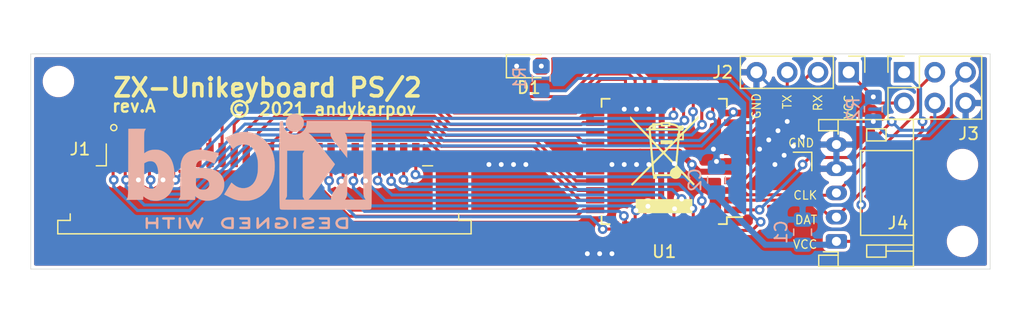
<source format=kicad_pcb>
(kicad_pcb (version 20171130) (host pcbnew 5.1.10-88a1d61d58~88~ubuntu20.04.1)
  (layers (0 F.Cu signal) (31 B.Cu signal) (34 B.Paste user) (35 F.Paste user) (36 B.SilkS user) (37 F.SilkS user) (38 B.Mask user) (39 F.Mask user) (44 Edge.Cuts user))
  (net 0 "")
  (net 1 GND)
  (net 2 +5V)
  (net 3 "Net-(D1-Pad2)")
  (net 4 /RESET)
  (net 5 /AVR_MOSI)
  (net 6 /AVR_SCK)
  (net 7 /AVR_MISO)
  (net 8 /PIN26)
  (net 9 /PIN25)
  (net 10 /PIN24)
  (net 11 /PIN23)
  (net 12 /PIN22)
  (net 13 /PIN21)
  (net 14 /PIN20)
  (net 15 /PIN19)
  (net 16 /PIN18)
  (net 17 /PIN17)
  (net 18 /PIN16)
  (net 19 /PIN15)
  (net 20 /PIN14)
  (net 21 /PIN13)
  (net 22 /PIN12)
  (net 23 /PIN11)
  (net 24 /PIN10)
  (net 25 /PIN9)
  (net 26 /PIN8)
  (net 27 /PIN7)
  (net 28 /PIN6)
  (net 29 /PIN5)
  (net 30 /PIN4)
  (net 31 /PIN3)
  (net 32 /PIN2)
  (net 33 /PIN1)
  (net 34 /UART_TX)
  (net 35 /UART_RX)
  (net 36 /AVR_SS)
  (module Symbol:KiCad-Logo2_8mm_SilkScreen (layer B.Cu) (at 103.886 59.69 180)
    (fp_text reference REF** hide)
    (fp_text value KiCad-Logo2_8mm_SilkScreen hide)
  )
  (module Symbol:WEEE-Logo_5.6x8mm_SilkScreen (layer F.Cu) (at 138.176 59.944)
    (fp_text reference REF** hide)
    (fp_text value WEEE-Logo_5.6x8mm_SilkScreen hide)
  )
  (module Connector_JST:JST_PH_S5B-PH-K_1x05_P2.00mm_Horizontal (layer F.Cu) (at 152.4 66.294 90)
    (fp_text reference J4 (at 1.524 5.08) (layer F.SilkS))
    (fp_text value PS/2)
    (pad 5 thru_hole oval (at 8 0 90) (size 1.2 1.75) (drill 0.75) (layers *.Cu *.Mask) (net 1 GND))
    (pad 4 thru_hole oval (at 6 0 90) (size 1.2 1.75) (drill 0.75) (layers *.Cu *.Mask) (net 1 GND))
    (pad 3 thru_hole oval (at 4 0 90) (size 1.2 1.75) (drill 0.75) (layers *.Cu *.Mask) (net 6 /AVR_SCK))
    (pad 2 thru_hole oval (at 2 0 90) (size 1.2 1.75) (drill 0.75) (layers *.Cu *.Mask) (net 7 /AVR_MISO))
    (pad 1 thru_hole roundrect (at 0 0 90) (size 1.2 1.75) (drill 0.75) (layers *.Cu *.Mask) (roundrect_rratio 0.2083325) (net 2 +5V))
  )
  (module MountingHole:MountingHole_2.1mm (layer F.Cu) (at 162.814 59.944)
    (fp_text reference H3 hide)
    (fp_text value MountingHole hide)
    (pad "" np_thru_hole circle (at 0 0) (size 2.1 2.1) (drill 2.1) (layers *.Cu *.Mask))
  )
  (module Connector_FFC-FPC:TE_2-84952-6_1x26-1MP_P1.0mm_Horizontal (layer F.Cu) (at 105.156 60.96)
    (fp_text reference J1 (at -15.24 -2.286) (layer F.SilkS))
    (fp_text value MATRIX)
    (pad MP smd rect (at 15.49 1) (size 2.68 3.6) (layers F.Cu F.Paste F.Mask))
    (pad MP smd rect (at -15.49 1) (size 2.68 3.6) (layers F.Cu F.Paste F.Mask))
    (pad 26 smd rect (at 12.5 -1.8) (size 0.61 2) (layers F.Cu F.Paste F.Mask) (net 8 /PIN26))
    (pad 25 smd rect (at 11.5 -1.8) (size 0.61 2) (layers F.Cu F.Paste F.Mask) (net 9 /PIN25))
    (pad 24 smd rect (at 10.5 -1.8) (size 0.61 2) (layers F.Cu F.Paste F.Mask) (net 10 /PIN24))
    (pad 23 smd rect (at 9.5 -1.8) (size 0.61 2) (layers F.Cu F.Paste F.Mask) (net 11 /PIN23))
    (pad 22 smd rect (at 8.5 -1.8) (size 0.61 2) (layers F.Cu F.Paste F.Mask) (net 12 /PIN22))
    (pad 21 smd rect (at 7.5 -1.8) (size 0.61 2) (layers F.Cu F.Paste F.Mask) (net 13 /PIN21))
    (pad 20 smd rect (at 6.5 -1.8) (size 0.61 2) (layers F.Cu F.Paste F.Mask) (net 14 /PIN20))
    (pad 19 smd rect (at 5.5 -1.8) (size 0.61 2) (layers F.Cu F.Paste F.Mask) (net 15 /PIN19))
    (pad 18 smd rect (at 4.5 -1.8) (size 0.61 2) (layers F.Cu F.Paste F.Mask) (net 16 /PIN18))
    (pad 17 smd rect (at 3.5 -1.8) (size 0.61 2) (layers F.Cu F.Paste F.Mask) (net 17 /PIN17))
    (pad 16 smd rect (at 2.5 -1.8) (size 0.61 2) (layers F.Cu F.Paste F.Mask) (net 18 /PIN16))
    (pad 15 smd rect (at 1.5 -1.8) (size 0.61 2) (layers F.Cu F.Paste F.Mask) (net 19 /PIN15))
    (pad 14 smd rect (at 0.5 -1.8) (size 0.61 2) (layers F.Cu F.Paste F.Mask) (net 20 /PIN14))
    (pad 13 smd rect (at -0.5 -1.8) (size 0.61 2) (layers F.Cu F.Paste F.Mask) (net 21 /PIN13))
    (pad 12 smd rect (at -1.5 -1.8) (size 0.61 2) (layers F.Cu F.Paste F.Mask) (net 22 /PIN12))
    (pad 11 smd rect (at -2.5 -1.8) (size 0.61 2) (layers F.Cu F.Paste F.Mask) (net 23 /PIN11))
    (pad 10 smd rect (at -3.5 -1.8) (size 0.61 2) (layers F.Cu F.Paste F.Mask) (net 24 /PIN10))
    (pad 9 smd rect (at -4.5 -1.8) (size 0.61 2) (layers F.Cu F.Paste F.Mask) (net 25 /PIN9))
    (pad 8 smd rect (at -5.5 -1.8) (size 0.61 2) (layers F.Cu F.Paste F.Mask) (net 26 /PIN8))
    (pad 7 smd rect (at -6.5 -1.8) (size 0.61 2) (layers F.Cu F.Paste F.Mask) (net 27 /PIN7))
    (pad 6 smd rect (at -7.5 -1.8) (size 0.61 2) (layers F.Cu F.Paste F.Mask) (net 28 /PIN6))
    (pad 5 smd rect (at -8.5 -1.8) (size 0.61 2) (layers F.Cu F.Paste F.Mask) (net 29 /PIN5))
    (pad 4 smd rect (at -9.5 -1.8) (size 0.61 2) (layers F.Cu F.Paste F.Mask) (net 30 /PIN4))
    (pad 3 smd rect (at -10.5 -1.8) (size 0.61 2) (layers F.Cu F.Paste F.Mask) (net 31 /PIN3))
    (pad 2 smd rect (at -11.5 -1.8) (size 0.61 2) (layers F.Cu F.Paste F.Mask) (net 32 /PIN2))
    (pad 1 smd rect (at -12.5 -1.8) (size 0.61 2) (layers F.Cu F.Paste F.Mask) (net 33 /PIN1))
  )
  (module MountingHole:MountingHole_2.1mm (layer F.Cu) (at 88.138 53.086)
    (fp_text reference H2 hide)
    (fp_text value MountingHole hide)
    (pad "" np_thru_hole circle (at 0 0) (size 2.1 2.1) (drill 2.1) (layers *.Cu *.Mask))
  )
  (module MountingHole:MountingHole_2.1mm (layer F.Cu) (at 162.814 66.294)
    (fp_text reference H1 hide)
    (fp_text value MountingHole hide)
    (pad "" np_thru_hole circle (at 0 0) (size 2.1 2.1) (drill 2.1) (layers *.Cu *.Mask))
  )
  (module Package_QFP:TQFP-44_10x10mm_P0.8mm (layer F.Cu) (at 138.176 59.69 180)
    (fp_text reference U1 (at 0 -7.45) (layer F.SilkS))
    (fp_text value ATmega32A-AU)
    (pad 44 smd rect (at -4 -5.7 270) (size 1.5 0.55) (layers F.Cu F.Paste F.Mask) (net 36 /AVR_SS))
    (pad 43 smd rect (at -3.2 -5.7 270) (size 1.5 0.55) (layers F.Cu F.Paste F.Mask) (net 8 /PIN26))
    (pad 42 smd rect (at -2.4 -5.7 270) (size 1.5 0.55) (layers F.Cu F.Paste F.Mask) (net 9 /PIN25))
    (pad 41 smd rect (at -1.6 -5.7 270) (size 1.5 0.55) (layers F.Cu F.Paste F.Mask) (net 10 /PIN24))
    (pad 40 smd rect (at -0.8 -5.7 270) (size 1.5 0.55) (layers F.Cu F.Paste F.Mask) (net 11 /PIN23))
    (pad 39 smd rect (at 0 -5.7 270) (size 1.5 0.55) (layers F.Cu F.Paste F.Mask) (net 1 GND))
    (pad 38 smd rect (at 0.8 -5.7 270) (size 1.5 0.55) (layers F.Cu F.Paste F.Mask) (net 2 +5V))
    (pad 37 smd rect (at 1.6 -5.7 270) (size 1.5 0.55) (layers F.Cu F.Paste F.Mask) (net 12 /PIN22))
    (pad 36 smd rect (at 2.4 -5.7 270) (size 1.5 0.55) (layers F.Cu F.Paste F.Mask) (net 13 /PIN21))
    (pad 35 smd rect (at 3.2 -5.7 270) (size 1.5 0.55) (layers F.Cu F.Paste F.Mask) (net 14 /PIN20))
    (pad 34 smd rect (at 4 -5.7 270) (size 1.5 0.55) (layers F.Cu F.Paste F.Mask) (net 15 /PIN19))
    (pad 33 smd rect (at 5.7 -4 180) (size 1.5 0.55) (layers F.Cu F.Paste F.Mask) (net 16 /PIN18))
    (pad 32 smd rect (at 5.7 -3.2 180) (size 1.5 0.55) (layers F.Cu F.Paste F.Mask) (net 17 /PIN17))
    (pad 31 smd rect (at 5.7 -2.4 180) (size 1.5 0.55) (layers F.Cu F.Paste F.Mask) (net 18 /PIN16))
    (pad 30 smd rect (at 5.7 -1.6 180) (size 1.5 0.55) (layers F.Cu F.Paste F.Mask) (net 19 /PIN15))
    (pad 29 smd rect (at 5.7 -0.8 180) (size 1.5 0.55) (layers F.Cu F.Paste F.Mask))
    (pad 28 smd rect (at 5.7 0 180) (size 1.5 0.55) (layers F.Cu F.Paste F.Mask) (net 1 GND))
    (pad 27 smd rect (at 5.7 0.8 180) (size 1.5 0.55) (layers F.Cu F.Paste F.Mask) (net 2 +5V))
    (pad 26 smd rect (at 5.7 1.6 180) (size 1.5 0.55) (layers F.Cu F.Paste F.Mask) (net 20 /PIN14))
    (pad 25 smd rect (at 5.7 2.4 180) (size 1.5 0.55) (layers F.Cu F.Paste F.Mask) (net 21 /PIN13))
    (pad 24 smd rect (at 5.7 3.2 180) (size 1.5 0.55) (layers F.Cu F.Paste F.Mask) (net 22 /PIN12))
    (pad 23 smd rect (at 5.7 4 180) (size 1.5 0.55) (layers F.Cu F.Paste F.Mask) (net 23 /PIN11))
    (pad 22 smd rect (at 4 5.7 270) (size 1.5 0.55) (layers F.Cu F.Paste F.Mask) (net 24 /PIN10))
    (pad 21 smd rect (at 3.2 5.7 270) (size 1.5 0.55) (layers F.Cu F.Paste F.Mask) (net 25 /PIN9))
    (pad 20 smd rect (at 2.4 5.7 270) (size 1.5 0.55) (layers F.Cu F.Paste F.Mask) (net 26 /PIN8))
    (pad 19 smd rect (at 1.6 5.7 270) (size 1.5 0.55) (layers F.Cu F.Paste F.Mask) (net 27 /PIN7))
    (pad 18 smd rect (at 0.8 5.7 270) (size 1.5 0.55) (layers F.Cu F.Paste F.Mask) (net 1 GND))
    (pad 17 smd rect (at 0 5.7 270) (size 1.5 0.55) (layers F.Cu F.Paste F.Mask) (net 2 +5V))
    (pad 16 smd rect (at -0.8 5.7 270) (size 1.5 0.55) (layers F.Cu F.Paste F.Mask) (net 28 /PIN6))
    (pad 15 smd rect (at -1.6 5.7 270) (size 1.5 0.55) (layers F.Cu F.Paste F.Mask) (net 29 /PIN5))
    (pad 14 smd rect (at -2.4 5.7 270) (size 1.5 0.55) (layers F.Cu F.Paste F.Mask) (net 30 /PIN4))
    (pad 13 smd rect (at -3.2 5.7 270) (size 1.5 0.55) (layers F.Cu F.Paste F.Mask) (net 31 /PIN3))
    (pad 12 smd rect (at -4 5.7 270) (size 1.5 0.55) (layers F.Cu F.Paste F.Mask) (net 32 /PIN2))
    (pad 11 smd rect (at -5.7 4 180) (size 1.5 0.55) (layers F.Cu F.Paste F.Mask) (net 33 /PIN1))
    (pad 10 smd rect (at -5.7 3.2 180) (size 1.5 0.55) (layers F.Cu F.Paste F.Mask) (net 34 /UART_TX))
    (pad 9 smd rect (at -5.7 2.4 180) (size 1.5 0.55) (layers F.Cu F.Paste F.Mask) (net 35 /UART_RX))
    (pad 8 smd rect (at -5.7 1.6 180) (size 1.5 0.55) (layers F.Cu F.Paste F.Mask))
    (pad 7 smd rect (at -5.7 0.8 180) (size 1.5 0.55) (layers F.Cu F.Paste F.Mask))
    (pad 6 smd rect (at -5.7 0 180) (size 1.5 0.55) (layers F.Cu F.Paste F.Mask) (net 1 GND))
    (pad 5 smd rect (at -5.7 -0.8 180) (size 1.5 0.55) (layers F.Cu F.Paste F.Mask) (net 2 +5V))
    (pad 4 smd rect (at -5.7 -1.6 180) (size 1.5 0.55) (layers F.Cu F.Paste F.Mask) (net 4 /RESET))
    (pad 3 smd rect (at -5.7 -2.4 180) (size 1.5 0.55) (layers F.Cu F.Paste F.Mask) (net 6 /AVR_SCK))
    (pad 2 smd rect (at -5.7 -3.2 180) (size 1.5 0.55) (layers F.Cu F.Paste F.Mask) (net 7 /AVR_MISO))
    (pad 1 smd rect (at -5.7 -4 180) (size 1.5 0.55) (layers F.Cu F.Paste F.Mask) (net 5 /AVR_MOSI))
  )
  (module Resistor_SMD:R_0805_2012Metric_Pad1.20x1.40mm_HandSolder (layer B.Cu) (at 128.016 52.832 90)
    (fp_text reference R1 (at 0 -1.778 90) (layer B.SilkS) (effects (justify mirror)))
    (fp_text value 1k)
    (pad 2 smd roundrect (at 1 0 90) (size 1.2 1.4) (layers B.Cu B.Paste B.Mask) (roundrect_rratio 0.2083325) (net 3 "Net-(D1-Pad2)"))
    (pad 1 smd roundrect (at -1 0 90) (size 1.2 1.4) (layers B.Cu B.Paste B.Mask) (roundrect_rratio 0.2083325) (net 36 /AVR_SS))
  )
  (module Resistor_SMD:R_0805_2012Metric_Pad1.20x1.40mm_HandSolder (layer B.Cu) (at 155.448 55.372 270)
    (fp_text reference R2 (at 0 1.65 90) (layer B.SilkS) (effects (justify mirror)))
    (fp_text value 10k)
    (pad 2 smd roundrect (at 1 0 270) (size 1.2 1.4) (layers B.Cu B.Paste B.Mask) (roundrect_rratio 0.2083325) (net 4 /RESET))
    (pad 1 smd roundrect (at -1 0 270) (size 1.2 1.4) (layers B.Cu B.Paste B.Mask) (roundrect_rratio 0.2083325) (net 2 +5V))
  )
  (module Connector_PinHeader_2.54mm:PinHeader_1x04_P2.54mm_Vertical (layer F.Cu) (at 153.416 52.324 270)
    (fp_text reference J2 (at 0 10.414) (layer F.SilkS))
    (fp_text value UART)
    (pad 4 thru_hole oval (at 0 7.62 270) (size 1.7 1.7) (drill 1) (layers *.Cu *.Mask) (net 1 GND))
    (pad 3 thru_hole oval (at 0 5.08 270) (size 1.7 1.7) (drill 1) (layers *.Cu *.Mask) (net 34 /UART_TX))
    (pad 2 thru_hole oval (at 0 2.54 270) (size 1.7 1.7) (drill 1) (layers *.Cu *.Mask) (net 35 /UART_RX))
    (pad 1 thru_hole rect (at 0 0 270) (size 1.7 1.7) (drill 1) (layers *.Cu *.Mask) (net 2 +5V))
  )
  (module Connector_PinSocket_2.54mm:PinSocket_2x03_P2.54mm_Vertical (layer F.Cu) (at 157.988 52.324 90)
    (fp_text reference J3 (at -5.08 5.334) (layer F.SilkS))
    (fp_text value ISP)
    (pad 6 thru_hole oval (at -2.54 5.08 90) (size 1.7 1.7) (drill 1) (layers *.Cu *.Mask) (net 1 GND))
    (pad 5 thru_hole oval (at 0 5.08 90) (size 1.7 1.7) (drill 1) (layers *.Cu *.Mask) (net 4 /RESET))
    (pad 4 thru_hole oval (at -2.54 2.54 90) (size 1.7 1.7) (drill 1) (layers *.Cu *.Mask) (net 5 /AVR_MOSI))
    (pad 3 thru_hole oval (at 0 2.54 90) (size 1.7 1.7) (drill 1) (layers *.Cu *.Mask) (net 6 /AVR_SCK))
    (pad 2 thru_hole oval (at -2.54 0 90) (size 1.7 1.7) (drill 1) (layers *.Cu *.Mask) (net 2 +5V))
    (pad 1 thru_hole rect (at 0 0 90) (size 1.7 1.7) (drill 1) (layers *.Cu *.Mask) (net 7 /AVR_MISO))
  )
  (module LED_SMD:LED_0805_2012Metric_Pad1.15x1.40mm_HandSolder (layer F.Cu) (at 127 51.816)
    (fp_text reference D1 (at 0 1.778) (layer F.SilkS))
    (fp_text value ACT)
    (pad 2 smd roundrect (at 1.025 0) (size 1.15 1.4) (layers F.Cu F.Paste F.Mask) (roundrect_rratio 0.2173904347826087) (net 3 "Net-(D1-Pad2)"))
    (pad 1 smd roundrect (at -1.025 0) (size 1.15 1.4) (layers F.Cu F.Paste F.Mask) (roundrect_rratio 0.2173904347826087) (net 1 GND))
  )
  (module Capacitor_SMD:C_0805_2012Metric_Pad1.18x1.45mm_HandSolder (layer B.Cu) (at 142.494 61.214 90)
    (fp_text reference C2 (at 0 -1.778 90) (layer B.SilkS) (effects (justify mirror)))
    (fp_text value 100nF)
    (pad 2 smd roundrect (at 1.0375 0 90) (size 1.175 1.45) (layers B.Cu B.Paste B.Mask) (roundrect_rratio 0.2127659574468085) (net 1 GND))
    (pad 1 smd roundrect (at -1.0375 0 90) (size 1.175 1.45) (layers B.Cu B.Paste B.Mask) (roundrect_rratio 0.2127659574468085) (net 2 +5V))
  )
  (module Capacitor_SMD:C_0805_2012Metric_Pad1.18x1.45mm_HandSolder (layer B.Cu) (at 149.606 65.532 90)
    (fp_text reference C1 (at 0 -1.778 90) (layer B.SilkS) (effects (justify mirror)))
    (fp_text value 100nF)
    (pad 2 smd roundrect (at 1.0375 0 90) (size 1.175 1.45) (layers B.Cu B.Paste B.Mask) (roundrect_rratio 0.2127659574468085) (net 1 GND))
    (pad 1 smd roundrect (at -1.0375 0 90) (size 1.175 1.45) (layers B.Cu B.Paste B.Mask) (roundrect_rratio 0.2127659574468085) (net 2 +5V))
  )
  (gr_text rev.A (at 92.456 55.118) (layer F.SilkS) (effects (font (size 1 1) (thickness 0.2)) (justify left)))
  (gr_line (start 150.368 58.928) (end 150.368 60.452) (layer F.SilkS) (width 0.12))
  (gr_line (start 148.844 58.928) (end 150.368 58.928) (layer F.SilkS) (width 0.12))
  (gr_text GND (at 150.622 58.166) (layer F.SilkS) (effects (font (size 0.7 0.7) (thickness 0.1)) (justify right)))
  (gr_text CLK (at 150.876 62.484) (layer F.SilkS) (effects (font (size 0.7 0.7) (thickness 0.1)) (justify right)))
  (gr_text DAT (at 150.876 64.516) (layer F.SilkS) (effects (font (size 0.7 0.7) (thickness 0.1)) (justify right)))
  (gr_text VCC (at 150.876 66.548) (layer F.SilkS) (effects (font (size 0.7 0.7) (thickness 0.1)) (justify right)))
  (gr_text "© 2021 andykarpov" (at 102.108 55.372) (layer F.SilkS) (effects (font (size 1 1) (thickness 0.2)) (justify left)))
  (gr_text "ZX-Unikeyboard PS/2" (at 105.41 53.594) (layer F.SilkS) (effects (font (size 1.5 1.5) (thickness 0.3))))
  (gr_circle (center 92.71 56.896) (end 92.964 56.896) (layer F.SilkS) (width 0.12))
  (gr_text VCC (at 153.416 54.102 90) (layer F.SilkS) (effects (font (size 0.7 0.7) (thickness 0.1)) (justify right)))
  (gr_text RX (at 150.876 54.102 90) (layer F.SilkS) (effects (font (size 0.7 0.7) (thickness 0.1)) (justify right)))
  (gr_text TX (at 148.336 54.102 90) (layer F.SilkS) (effects (font (size 0.7 0.7) (thickness 0.1)) (justify right)))
  (gr_text GND (at 145.796 55.118 90) (layer F.SilkS) (effects (font (size 0.7 0.7) (thickness 0.1))))
  (gr_line (start 85.852 68.58) (end 85.852 50.8) (layer Edge.Cuts) (width 0.05))
  (gr_line (start 165.1 68.58) (end 85.852 68.58) (layer Edge.Cuts) (width 0.05))
  (gr_line (start 165.1 50.8) (end 165.1 68.58) (layer Edge.Cuts) (width 0.05))
  (gr_line (start 85.852 50.8) (end 165.1 50.8) (layer Edge.Cuts) (width 0.05))
  (via (at 133.858 59.944) (size 0.8) (drill 0.4) (layers F.Cu B.Cu) (net 1))
  (segment (start 133.604 59.69) (end 133.858 59.944) (width 0.25) (layer F.Cu) (net 1))
  (segment (start 132.476 59.69) (end 133.604 59.69) (width 0.25) (layer F.Cu) (net 1))
  (segment (start 149.606 56.134) (end 149.606 57.658) (width 0.25) (layer B.Cu) (net 1))
  (via (at 149.606 57.658) (size 0.8) (drill 0.4) (layers F.Cu B.Cu) (net 1))
  (segment (start 145.796 52.324) (end 149.606 56.134) (width 0.25) (layer B.Cu) (net 1))
  (via (at 125.984 51.816) (size 0.8) (drill 0.4) (layers F.Cu B.Cu) (net 1))
  (via (at 135.89 55.372) (size 0.8) (drill 0.4) (layers F.Cu B.Cu) (net 1))
  (via (at 134.874 55.372) (size 0.8) (drill 0.4) (layers F.Cu B.Cu) (net 1))
  (via (at 134.874 59.944) (size 0.8) (drill 0.4) (layers F.Cu B.Cu) (net 1))
  (via (at 135.89 59.944) (size 0.8) (drill 0.4) (layers F.Cu B.Cu) (net 1))
  (via (at 136.906 59.944) (size 0.8) (drill 0.4) (layers F.Cu B.Cu) (net 1))
  (via (at 142.24 58.674) (size 0.8) (drill 0.4) (layers F.Cu B.Cu) (net 1))
  (via (at 126.746 59.944) (size 0.8) (drill 0.4) (layers F.Cu B.Cu) (net 1))
  (via (at 125.73 59.944) (size 0.8) (drill 0.4) (layers F.Cu B.Cu) (net 1))
  (via (at 124.714 59.944) (size 0.8) (drill 0.4) (layers F.Cu B.Cu) (net 1))
  (via (at 123.698 59.944) (size 0.8) (drill 0.4) (layers F.Cu B.Cu) (net 1))
  (via (at 131.826 67.31) (size 0.8) (drill 0.4) (layers F.Cu B.Cu) (net 1))
  (via (at 133.858 67.31) (size 0.8) (drill 0.4) (layers F.Cu B.Cu) (net 1))
  (segment (start 137.376 54.899868) (end 136.906 55.369868) (width 0.25) (layer F.Cu) (net 1))
  (segment (start 137.376 53.99) (end 137.376 54.899868) (width 0.25) (layer F.Cu) (net 1))
  (via (at 136.906 55.369868) (size 0.8) (drill 0.4) (layers F.Cu B.Cu) (net 1))
  (segment (start 142.24 58.674) (end 142.058944 58.855056) (width 0.25) (layer B.Cu) (net 1))
  (via (at 139.011899 59.865255) (size 0.8) (drill 0.4) (layers F.Cu B.Cu) (net 1))
  (segment (start 142.058944 58.855056) (end 140.022098 58.855056) (width 0.25) (layer B.Cu) (net 1))
  (segment (start 140.022098 58.855056) (end 139.011899 59.865255) (width 0.25) (layer B.Cu) (net 1))
  (via (at 142.494 59.69) (size 0.8) (drill 0.4) (layers F.Cu B.Cu) (net 1))
  (segment (start 143.876 59.69) (end 142.494 59.69) (width 0.25) (layer F.Cu) (net 1))
  (segment (start 125.975 51.816) (end 126.43681 51.816) (width 0.25) (layer F.Cu) (net 1))
  (via (at 132.842 67.31) (size 0.8) (drill 0.4) (layers F.Cu B.Cu) (net 1))
  (segment (start 138.176 65.39) (end 138.176 67.31) (width 0.25) (layer F.Cu) (net 1))
  (via (at 148.844 58.42) (size 0.8) (drill 0.4) (layers F.Cu B.Cu) (net 1))
  (via (at 148.082 59.182) (size 0.8) (drill 0.4) (layers F.Cu B.Cu) (net 1))
  (via (at 147.32 59.944) (size 0.8) (drill 0.4) (layers F.Cu B.Cu) (net 1))
  (via (at 147.574 57.15) (size 0.8) (drill 0.4) (layers F.Cu B.Cu) (net 1))
  (via (at 146.812 57.912) (size 0.8) (drill 0.4) (layers F.Cu B.Cu) (net 1))
  (via (at 146.05 58.674) (size 0.8) (drill 0.4) (layers F.Cu B.Cu) (net 1))
  (via (at 148.336 56.388) (size 0.8) (drill 0.4) (layers F.Cu B.Cu) (net 1))
  (segment (start 132.476 58.89) (end 136.182 58.89) (width 0.5) (layer F.Cu) (net 2))
  (segment (start 138.176 58.852) (end 138.138 58.89) (width 0.25) (layer F.Cu) (net 2))
  (segment (start 138.138 58.89) (end 136.182 58.89) (width 0.5) (layer F.Cu) (net 2))
  (segment (start 157.988 54.864) (end 155.956 54.864) (width 0.25) (layer F.Cu) (net 2))
  (via (at 155.448 54.356) (size 0.8) (drill 0.4) (layers F.Cu B.Cu) (net 2))
  (segment (start 155.448 54.372) (end 155.448 54.356) (width 0.25) (layer B.Cu) (net 2))
  (segment (start 155.448 54.356) (end 153.416 52.324) (width 0.25) (layer F.Cu) (net 2))
  (segment (start 155.956 54.864) (end 155.448 54.356) (width 0.25) (layer F.Cu) (net 2))
  (segment (start 152.1245 66.5695) (end 152.146 66.548) (width 0.25) (layer B.Cu) (net 2))
  (segment (start 149.606 66.5695) (end 152.1245 66.5695) (width 0.5) (layer B.Cu) (net 2))
  (segment (start 138.176001 53.989999) (end 138.176 53.99) (width 0.25) (layer F.Cu) (net 2))
  (segment (start 155.448 54.356) (end 154.42299 55.38101) (width 0.25) (layer B.Cu) (net 2))
  (segment (start 138.176 53.99) (end 138.176 55.24) (width 0.5) (layer F.Cu) (net 2))
  (segment (start 137.965859 55.450141) (end 137.965859 58.641859) (width 0.5) (layer F.Cu) (net 2))
  (segment (start 138.176 55.24) (end 137.965859 55.450141) (width 0.5) (layer F.Cu) (net 2))
  (segment (start 137.922 59.106) (end 137.922 59.977452) (width 0.5) (layer F.Cu) (net 2))
  (segment (start 137.922 63.754) (end 137.922 59.977452) (width 0.5) (layer F.Cu) (net 2))
  (segment (start 137.376 64.3) (end 137.922 63.754) (width 0.5) (layer F.Cu) (net 2))
  (segment (start 137.376 65.39) (end 137.376 64.3) (width 0.5) (layer F.Cu) (net 2))
  (segment (start 139.407994 58.89) (end 140.060964 59.54297) (width 0.5) (layer F.Cu) (net 2))
  (segment (start 140.6945 59.944) (end 140.693469 59.942969) (width 0.25) (layer B.Cu) (net 2))
  (segment (start 141.057996 60.540002) (end 140.460963 59.942969) (width 0.5) (layer F.Cu) (net 2))
  (segment (start 143.825998 60.540002) (end 141.057996 60.540002) (width 0.5) (layer F.Cu) (net 2))
  (segment (start 140.693469 59.942969) (end 140.460963 59.942969) (width 0.25) (layer B.Cu) (net 2))
  (segment (start 138.138 58.89) (end 139.407994 58.89) (width 0.5) (layer F.Cu) (net 2))
  (via (at 140.460963 59.942969) (size 0.8) (drill 0.4) (layers F.Cu B.Cu) (net 2))
  (segment (start 143.876 60.49) (end 143.825998 60.540002) (width 0.5) (layer F.Cu) (net 2))
  (segment (start 140.060964 59.54297) (end 140.460963 59.942969) (width 0.5) (layer F.Cu) (net 2))
  (segment (start 140.460963 60.508653) (end 140.460963 59.942969) (width 0.5) (layer B.Cu) (net 2))
  (segment (start 146.52181 66.5695) (end 140.460963 60.508653) (width 0.5) (layer B.Cu) (net 2))
  (segment (start 149.606 66.5695) (end 146.52181 66.5695) (width 0.5) (layer B.Cu) (net 2))
  (via (at 154.452653 63.266653) (size 0.8) (drill 0.4) (layers F.Cu B.Cu) (net 2))
  (segment (start 154.42299 63.23699) (end 154.452653 63.266653) (width 0.25) (layer B.Cu) (net 2))
  (segment (start 154.42299 55.38101) (end 154.42299 63.23699) (width 0.25) (layer B.Cu) (net 2))
  (segment (start 154.452653 63.266653) (end 154.452653 65.765347) (width 0.25) (layer F.Cu) (net 2))
  (segment (start 153.924 66.294) (end 152.4 66.294) (width 0.25) (layer F.Cu) (net 2))
  (segment (start 154.452653 65.765347) (end 153.924 66.294) (width 0.25) (layer F.Cu) (net 2))
  (via (at 128.025 51.816) (size 0.8) (drill 0.4) (layers F.Cu B.Cu) (net 3))
  (segment (start 128.032 51.816) (end 128.025 51.816) (width 0.25) (layer B.Cu) (net 3))
  (via (at 155.448 56.388) (size 0.8) (drill 0.4) (layers F.Cu B.Cu) (net 4))
  (segment (start 149.588002 56.388) (end 155.448 56.388) (width 0.25) (layer F.Cu) (net 4))
  (segment (start 144.686002 61.29) (end 149.588002 56.388) (width 0.25) (layer F.Cu) (net 4))
  (segment (start 143.876 61.29) (end 144.686002 61.29) (width 0.25) (layer F.Cu) (net 4))
  (segment (start 161.892999 53.499001) (end 163.068 52.324) (width 0.25) (layer B.Cu) (net 4))
  (segment (start 161.892999 55.716413) (end 161.892999 53.499001) (width 0.25) (layer B.Cu) (net 4))
  (segment (start 160.046402 57.56301) (end 161.892999 55.716413) (width 0.25) (layer B.Cu) (net 4))
  (segment (start 156.62301 57.56301) (end 160.046402 57.56301) (width 0.25) (layer B.Cu) (net 4))
  (segment (start 155.448 56.388) (end 156.62301 57.56301) (width 0.25) (layer B.Cu) (net 4))
  (via (at 156.972 56.388) (size 0.8) (drill 0.4) (layers F.Cu B.Cu) (net 5))
  (segment (start 160.528 56.445002) (end 160.528 54.864) (width 0.25) (layer B.Cu) (net 5))
  (segment (start 159.860001 57.113001) (end 160.528 56.445002) (width 0.25) (layer B.Cu) (net 5))
  (segment (start 157.697001 57.113001) (end 159.860001 57.113001) (width 0.25) (layer B.Cu) (net 5))
  (segment (start 156.972 56.388) (end 157.697001 57.113001) (width 0.25) (layer B.Cu) (net 5))
  (segment (start 143.876 63.69) (end 146.042233 63.69) (width 0.25) (layer F.Cu) (net 5))
  (via (at 146.050009 63.682224) (size 0.8) (drill 0.4) (layers F.Cu B.Cu) (net 5))
  (segment (start 146.042233 63.69) (end 146.050009 63.682224) (width 0.25) (layer F.Cu) (net 5))
  (via (at 149.606 59.943996) (size 0.8) (drill 0.4) (layers F.Cu B.Cu) (net 5))
  (segment (start 150.184495 59.365501) (end 149.606 59.943996) (width 0.25) (layer F.Cu) (net 5))
  (segment (start 146.050009 63.682224) (end 149.606 60.126233) (width 0.25) (layer B.Cu) (net 5))
  (segment (start 149.606 60.126233) (end 149.606 59.943996) (width 0.25) (layer B.Cu) (net 5))
  (segment (start 156.972 56.388) (end 153.994499 59.365501) (width 0.25) (layer F.Cu) (net 5))
  (segment (start 153.994499 59.365501) (end 150.184495 59.365501) (width 0.25) (layer F.Cu) (net 5))
  (segment (start 152.146 62.548) (end 159.163001 55.530999) (width 0.25) (layer F.Cu) (net 6))
  (segment (start 159.163001 55.530999) (end 159.163001 53.688999) (width 0.25) (layer F.Cu) (net 6))
  (segment (start 152.082 62.484) (end 152.146 62.548) (width 0.25) (layer F.Cu) (net 6))
  (segment (start 150.71841 62.484) (end 152.082 62.484) (width 0.25) (layer F.Cu) (net 6))
  (segment (start 150.6744 62.43999) (end 150.71841 62.484) (width 0.25) (layer F.Cu) (net 6))
  (segment (start 159.163001 53.688999) (end 160.528 52.324) (width 0.25) (layer F.Cu) (net 6))
  (segment (start 144.951001 62.43999) (end 150.6744 62.43999) (width 0.25) (layer F.Cu) (net 6))
  (segment (start 144.951001 62.354999) (end 144.951001 62.43999) (width 0.25) (layer F.Cu) (net 6))
  (segment (start 144.886001 62.289999) (end 144.951001 62.354999) (width 0.25) (layer F.Cu) (net 6))
  (segment (start 144.075999 62.289999) (end 144.886001 62.289999) (width 0.25) (layer F.Cu) (net 6))
  (segment (start 143.876 62.09) (end 144.075999 62.289999) (width 0.25) (layer F.Cu) (net 6))
  (via (at 159.512 56.388) (size 0.8) (drill 0.4) (layers F.Cu B.Cu) (net 7))
  (segment (start 159.352999 53.688999) (end 157.988 52.324) (width 0.25) (layer B.Cu) (net 7))
  (segment (start 159.352999 56.228999) (end 159.352999 53.688999) (width 0.25) (layer B.Cu) (net 7))
  (segment (start 159.512 56.388) (end 159.352999 56.228999) (width 0.25) (layer B.Cu) (net 7))
  (segment (start 152.138 64.54) (end 159.512 57.166) (width 0.25) (layer F.Cu) (net 7))
  (segment (start 159.512 57.166) (end 159.512 56.388) (width 0.25) (layer F.Cu) (net 7))
  (segment (start 150.488 62.89) (end 152.138 64.54) (width 0.25) (layer F.Cu) (net 7))
  (segment (start 143.876 62.89) (end 150.488 62.89) (width 0.25) (layer F.Cu) (net 7))
  (segment (start 141.376 65.39) (end 141.376 63.039226) (width 0.25) (layer F.Cu) (net 8))
  (via (at 141.283052 62.946278) (size 0.8) (drill 0.4) (layers F.Cu B.Cu) (net 8))
  (segment (start 141.376 63.039226) (end 141.283052 62.946278) (width 0.25) (layer F.Cu) (net 8))
  (segment (start 117.656 60.750335) (end 117.6274 60.778935) (width 0.25) (layer F.Cu) (net 8))
  (segment (start 117.656 60.05) (end 117.656 60.750335) (width 0.25) (layer F.Cu) (net 8))
  (via (at 117.6274 60.778935) (size 0.8) (drill 0.4) (layers F.Cu B.Cu) (net 8))
  (segment (start 117.808465 60.96) (end 117.6274 60.778935) (width 0.25) (layer B.Cu) (net 8))
  (segment (start 139.862459 60.96) (end 117.808465 60.96) (width 0.25) (layer B.Cu) (net 8))
  (segment (start 141.283052 62.380593) (end 139.862459 60.96) (width 0.25) (layer B.Cu) (net 8))
  (segment (start 141.283052 62.946278) (end 141.283052 62.380593) (width 0.25) (layer B.Cu) (net 8))
  (segment (start 140.576 63.644512) (end 140.50101 63.569522) (width 0.25) (layer F.Cu) (net 9))
  (via (at 140.50101 63.569522) (size 0.8) (drill 0.4) (layers F.Cu B.Cu) (net 9))
  (segment (start 140.576 65.39) (end 140.576 63.644512) (width 0.25) (layer F.Cu) (net 9))
  (via (at 116.635735 61.212057) (size 0.8) (drill 0.4) (layers F.Cu B.Cu) (net 9))
  (segment (start 116.656 60.05) (end 116.656 61.191792) (width 0.25) (layer F.Cu) (net 9))
  (segment (start 116.656 61.191792) (end 116.635735 61.212057) (width 0.25) (layer F.Cu) (net 9))
  (segment (start 140.50101 63.569522) (end 140.50101 62.65142) (width 0.25) (layer B.Cu) (net 9))
  (segment (start 139.411524 61.561934) (end 116.985612 61.561934) (width 0.25) (layer B.Cu) (net 9))
  (segment (start 116.985612 61.561934) (end 116.635735 61.212057) (width 0.25) (layer B.Cu) (net 9))
  (segment (start 140.50101 62.65142) (end 139.411524 61.561934) (width 0.25) (layer B.Cu) (net 9))
  (segment (start 115.656 61.280401) (end 115.6208 61.315601) (width 0.25) (layer F.Cu) (net 10))
  (via (at 115.6208 61.315601) (size 0.8) (drill 0.4) (layers F.Cu B.Cu) (net 10))
  (segment (start 115.656 60.05) (end 115.656 61.280401) (width 0.25) (layer F.Cu) (net 10))
  (via (at 139.614962 62.790691) (size 0.8) (drill 0.4) (layers F.Cu B.Cu) (net 10))
  (segment (start 139.776 62.951729) (end 139.614962 62.790691) (width 0.25) (layer F.Cu) (net 10))
  (segment (start 139.776 65.39) (end 139.776 62.951729) (width 0.25) (layer F.Cu) (net 10))
  (segment (start 115.6208 61.315601) (end 116.317144 62.011945) (width 0.25) (layer B.Cu) (net 10))
  (segment (start 138.836216 62.011945) (end 139.614962 62.790691) (width 0.25) (layer B.Cu) (net 10))
  (segment (start 116.317144 62.011945) (end 138.836216 62.011945) (width 0.25) (layer B.Cu) (net 10))
  (segment (start 114.656 61.112) (end 114.5032 61.2648) (width 0.25) (layer F.Cu) (net 11))
  (segment (start 114.656 60.05) (end 114.656 61.112) (width 0.25) (layer F.Cu) (net 11))
  (via (at 114.5032 61.2648) (size 0.8) (drill 0.4) (layers F.Cu B.Cu) (net 11))
  (via (at 139.030915 63.602425) (size 0.8) (drill 0.4) (layers F.Cu B.Cu) (net 11))
  (segment (start 138.976 65.39) (end 138.976 63.65734) (width 0.25) (layer F.Cu) (net 11))
  (segment (start 138.976 63.65734) (end 139.030915 63.602425) (width 0.25) (layer F.Cu) (net 11))
  (segment (start 137.890446 62.461956) (end 139.030915 63.602425) (width 0.25) (layer B.Cu) (net 11))
  (segment (start 114.5032 61.2648) (end 115.700356 62.461956) (width 0.25) (layer B.Cu) (net 11))
  (segment (start 115.700356 62.461956) (end 137.890446 62.461956) (width 0.25) (layer B.Cu) (net 11))
  (via (at 113.503602 61.29358) (size 0.8) (drill 0.4) (layers F.Cu B.Cu) (net 12))
  (segment (start 113.656 60.05) (end 113.656 61.141182) (width 0.25) (layer F.Cu) (net 12))
  (segment (start 113.656 61.141182) (end 113.503602 61.29358) (width 0.25) (layer F.Cu) (net 12))
  (via (at 136.831294 63.392625) (size 0.8) (drill 0.4) (layers F.Cu B.Cu) (net 12))
  (segment (start 136.576 65.39) (end 136.576 63.647919) (width 0.25) (layer F.Cu) (net 12))
  (segment (start 136.576 63.647919) (end 136.831294 63.392625) (width 0.25) (layer F.Cu) (net 12))
  (segment (start 136.350636 62.911967) (end 136.831294 63.392625) (width 0.25) (layer B.Cu) (net 12))
  (segment (start 113.503602 61.29358) (end 115.121989 62.911967) (width 0.25) (layer B.Cu) (net 12))
  (segment (start 115.121989 62.911967) (end 136.350636 62.911967) (width 0.25) (layer B.Cu) (net 12))
  (segment (start 112.656 60.05) (end 112.656 61.146804) (width 0.25) (layer F.Cu) (net 13))
  (via (at 112.503606 61.299198) (size 0.8) (drill 0.4) (layers F.Cu B.Cu) (net 13))
  (segment (start 112.656 61.146804) (end 112.503606 61.299198) (width 0.25) (layer F.Cu) (net 13))
  (via (at 135.836069 63.739054) (size 0.8) (drill 0.4) (layers F.Cu B.Cu) (net 13))
  (segment (start 135.776 65.39) (end 135.776 63.799123) (width 0.25) (layer F.Cu) (net 13))
  (segment (start 135.776 63.799123) (end 135.836069 63.739054) (width 0.25) (layer F.Cu) (net 13))
  (segment (start 114.000701 63.361978) (end 135.458993 63.361978) (width 0.25) (layer B.Cu) (net 13))
  (segment (start 135.458993 63.361978) (end 135.836069 63.739054) (width 0.25) (layer B.Cu) (net 13))
  (segment (start 112.503606 61.864883) (end 114.000701 63.361978) (width 0.25) (layer B.Cu) (net 13))
  (segment (start 112.503606 61.299198) (end 112.503606 61.864883) (width 0.25) (layer B.Cu) (net 13))
  (segment (start 111.656 61.161317) (end 111.497033 61.320284) (width 0.25) (layer F.Cu) (net 14))
  (segment (start 111.656 60.05) (end 111.656 61.161317) (width 0.25) (layer F.Cu) (net 14))
  (via (at 111.497033 61.320284) (size 0.8) (drill 0.4) (layers F.Cu B.Cu) (net 14))
  (via (at 134.846806 64.189055) (size 0.8) (drill 0.4) (layers F.Cu B.Cu) (net 14))
  (segment (start 134.976 65.39) (end 134.976 64.318249) (width 0.25) (layer F.Cu) (net 14))
  (segment (start 134.976 64.318249) (end 134.846806 64.189055) (width 0.25) (layer F.Cu) (net 14))
  (segment (start 111.497033 61.885969) (end 113.423053 63.811989) (width 0.25) (layer B.Cu) (net 14))
  (segment (start 111.497033 61.320284) (end 111.497033 61.885969) (width 0.25) (layer B.Cu) (net 14))
  (segment (start 113.423053 63.811989) (end 134.46974 63.811989) (width 0.25) (layer B.Cu) (net 14))
  (segment (start 134.46974 63.811989) (end 134.846806 64.189055) (width 0.25) (layer B.Cu) (net 14))
  (via (at 133.096 65.278) (size 0.8) (drill 0.4) (layers F.Cu B.Cu) (net 15))
  (segment (start 134.064 65.278) (end 134.176 65.39) (width 0.25) (layer F.Cu) (net 15))
  (segment (start 133.096 65.278) (end 134.064 65.278) (width 0.25) (layer F.Cu) (net 15))
  (via (at 110.497737 61.282601) (size 0.8) (drill 0.4) (layers F.Cu B.Cu) (net 15))
  (segment (start 110.656 60.05) (end 110.656 61.124338) (width 0.25) (layer F.Cu) (net 15))
  (segment (start 110.656 61.124338) (end 110.497737 61.282601) (width 0.25) (layer F.Cu) (net 15))
  (segment (start 110.497737 62.066822) (end 110.497737 61.282601) (width 0.25) (layer B.Cu) (net 15))
  (segment (start 132.08 64.262) (end 112.692915 64.262) (width 0.25) (layer B.Cu) (net 15))
  (segment (start 133.096 65.278) (end 132.08 64.262) (width 0.25) (layer B.Cu) (net 15))
  (segment (start 112.692915 64.262) (end 110.497737 62.066822) (width 0.25) (layer B.Cu) (net 15))
  (segment (start 131.476 63.69) (end 132.476 63.69) (width 0.25) (layer F.Cu) (net 16))
  (segment (start 112.138598 64.215) (end 130.951 64.215) (width 0.25) (layer F.Cu) (net 16))
  (segment (start 130.951 64.215) (end 131.476 63.69) (width 0.25) (layer F.Cu) (net 16))
  (segment (start 109.656 60.05) (end 109.656 61.732402) (width 0.25) (layer F.Cu) (net 16))
  (segment (start 109.656 61.732402) (end 112.138598 64.215) (width 0.25) (layer F.Cu) (net 16))
  (segment (start 131.21318 62.89) (end 132.476 62.89) (width 0.25) (layer F.Cu) (net 17))
  (segment (start 119.586768 58.892055) (end 127.215235 58.892055) (width 0.25) (layer F.Cu) (net 17))
  (segment (start 118.45479 57.760077) (end 119.586768 58.892055) (width 0.25) (layer F.Cu) (net 17))
  (segment (start 108.656 58.269998) (end 109.165921 57.760077) (width 0.25) (layer F.Cu) (net 17))
  (segment (start 108.656 59.66359) (end 108.656 58.269998) (width 0.25) (layer F.Cu) (net 17))
  (segment (start 127.215235 58.892055) (end 131.21318 62.89) (width 0.25) (layer F.Cu) (net 17))
  (segment (start 109.165921 57.760077) (end 118.45479 57.760077) (width 0.25) (layer F.Cu) (net 17))
  (segment (start 118.64119 57.310066) (end 119.773168 58.442044) (width 0.25) (layer F.Cu) (net 18))
  (segment (start 119.773168 58.442044) (end 127.401634 58.442044) (width 0.25) (layer F.Cu) (net 18))
  (segment (start 107.656 60.05) (end 107.656 57.698) (width 0.25) (layer F.Cu) (net 18))
  (segment (start 131.04959 62.09) (end 132.476 62.09) (width 0.25) (layer F.Cu) (net 18))
  (segment (start 108.043934 57.310066) (end 118.64119 57.310066) (width 0.25) (layer F.Cu) (net 18))
  (segment (start 107.656 57.698) (end 108.043934 57.310066) (width 0.25) (layer F.Cu) (net 18))
  (segment (start 127.401634 58.442044) (end 131.04959 62.09) (width 0.25) (layer F.Cu) (net 18))
  (segment (start 118.82759 56.860055) (end 119.959568 57.992033) (width 0.25) (layer F.Cu) (net 19))
  (segment (start 106.656 57.936) (end 107.731945 56.860055) (width 0.25) (layer F.Cu) (net 19))
  (segment (start 127.588033 57.992033) (end 130.886 61.29) (width 0.25) (layer F.Cu) (net 19))
  (segment (start 130.886 61.29) (end 132.476 61.29) (width 0.25) (layer F.Cu) (net 19))
  (segment (start 119.959568 57.992033) (end 127.588033 57.992033) (width 0.25) (layer F.Cu) (net 19))
  (segment (start 106.656 60.05) (end 106.656 57.936) (width 0.25) (layer F.Cu) (net 19))
  (segment (start 107.731945 56.860055) (end 118.82759 56.860055) (width 0.25) (layer F.Cu) (net 19))
  (segment (start 105.656 58.299589) (end 107.545545 56.410044) (width 0.25) (layer F.Cu) (net 20))
  (segment (start 107.545545 56.410044) (end 119.01399 56.410044) (width 0.25) (layer F.Cu) (net 20))
  (segment (start 120.145968 57.542022) (end 130.928022 57.542022) (width 0.25) (layer F.Cu) (net 20))
  (segment (start 119.01399 56.410044) (end 120.145968 57.542022) (width 0.25) (layer F.Cu) (net 20))
  (segment (start 130.928022 57.542022) (end 131.476 58.09) (width 0.25) (layer F.Cu) (net 20))
  (segment (start 131.476 58.09) (end 132.476 58.09) (width 0.25) (layer F.Cu) (net 20))
  (segment (start 105.656 60.05) (end 105.656 58.299589) (width 0.25) (layer F.Cu) (net 20))
  (segment (start 132.278011 57.092011) (end 132.476 57.29) (width 0.25) (layer F.Cu) (net 21))
  (segment (start 104.656 57.332) (end 106.027967 55.960033) (width 0.25) (layer F.Cu) (net 21))
  (segment (start 119.20039 55.960033) (end 120.332368 57.092011) (width 0.25) (layer F.Cu) (net 21))
  (segment (start 104.656 60.05) (end 104.656 57.332) (width 0.25) (layer F.Cu) (net 21))
  (segment (start 106.027967 55.960033) (end 119.20039 55.960033) (width 0.25) (layer F.Cu) (net 21))
  (segment (start 120.332368 57.092011) (end 132.278011 57.092011) (width 0.25) (layer F.Cu) (net 21))
  (segment (start 120.518768 56.642) (end 131.324 56.642) (width 0.25) (layer F.Cu) (net 22))
  (segment (start 119.38679 55.510022) (end 120.518768 56.642) (width 0.25) (layer F.Cu) (net 22))
  (segment (start 105.271978 55.510022) (end 119.38679 55.510022) (width 0.25) (layer F.Cu) (net 22))
  (segment (start 103.656 57.126) (end 105.271978 55.510022) (width 0.25) (layer F.Cu) (net 22))
  (segment (start 131.476 56.49) (end 132.476 56.49) (width 0.25) (layer F.Cu) (net 22))
  (segment (start 131.324 56.642) (end 131.476 56.49) (width 0.25) (layer F.Cu) (net 22))
  (segment (start 103.656 60.05) (end 103.656 57.126) (width 0.25) (layer F.Cu) (net 22))
  (segment (start 132.276001 55.889999) (end 132.476 55.69) (width 0.25) (layer F.Cu) (net 23))
  (segment (start 104.197989 55.060011) (end 119.57319 55.060011) (width 0.25) (layer F.Cu) (net 23))
  (segment (start 102.656 60.05) (end 102.656 56.602) (width 0.25) (layer F.Cu) (net 23))
  (segment (start 102.656 56.602) (end 104.197989 55.060011) (width 0.25) (layer F.Cu) (net 23))
  (segment (start 131.439591 55.889999) (end 132.276001 55.889999) (width 0.25) (layer F.Cu) (net 23))
  (segment (start 131.19559 56.134) (end 131.439591 55.889999) (width 0.25) (layer F.Cu) (net 23))
  (segment (start 120.64718 56.134001) (end 131.19559 56.134) (width 0.25) (layer F.Cu) (net 23))
  (segment (start 119.57319 55.060011) (end 120.64718 56.134001) (width 0.25) (layer F.Cu) (net 23))
  (segment (start 120.83358 55.68399) (end 130.872008 55.68399) (width 0.25) (layer F.Cu) (net 24))
  (segment (start 119.75959 54.61) (end 120.83358 55.68399) (width 0.25) (layer F.Cu) (net 24))
  (segment (start 101.656 60.05) (end 101.656 56.586) (width 0.25) (layer F.Cu) (net 24))
  (segment (start 101.656 56.586) (end 103.632 54.61) (width 0.25) (layer F.Cu) (net 24))
  (segment (start 131.465999 55.089999) (end 133.076001 55.089999) (width 0.25) (layer F.Cu) (net 24))
  (segment (start 130.872008 55.68399) (end 131.465999 55.089999) (width 0.25) (layer F.Cu) (net 24))
  (segment (start 133.076001 55.089999) (end 134.176 53.99) (width 0.25) (layer F.Cu) (net 24))
  (segment (start 103.632 54.61) (end 119.75959 54.61) (width 0.25) (layer F.Cu) (net 24))
  (segment (start 119.94599 54.15999) (end 121.019981 55.23398) (width 0.25) (layer F.Cu) (net 25))
  (segment (start 134.900999 52.914999) (end 134.976 52.99) (width 0.25) (layer F.Cu) (net 25))
  (segment (start 132.946001 52.914999) (end 134.900999 52.914999) (width 0.25) (layer F.Cu) (net 25))
  (segment (start 130.62702 55.23398) (end 132.946001 52.914999) (width 0.25) (layer F.Cu) (net 25))
  (segment (start 100.656 60.05) (end 100.656 56.94959) (width 0.25) (layer F.Cu) (net 25))
  (segment (start 121.019981 55.23398) (end 130.62702 55.23398) (width 0.25) (layer F.Cu) (net 25))
  (segment (start 100.656 56.94959) (end 103.4456 54.15999) (width 0.25) (layer F.Cu) (net 25))
  (segment (start 103.4456 54.15999) (end 119.94599 54.15999) (width 0.25) (layer F.Cu) (net 25))
  (segment (start 134.976 52.99) (end 134.976 53.99) (width 0.25) (layer F.Cu) (net 25))
  (segment (start 99.656 60.05) (end 99.656 57.062) (width 0.25) (layer F.Cu) (net 26))
  (segment (start 102.927989 53.790011) (end 103.179168 53.790011) (width 0.25) (layer F.Cu) (net 26))
  (segment (start 103.179168 53.790011) (end 103.2592 53.709979) (width 0.25) (layer F.Cu) (net 26))
  (segment (start 130.44062 54.783969) (end 132.759599 52.46499) (width 0.25) (layer F.Cu) (net 26))
  (segment (start 103.2592 53.709979) (end 120.13239 53.709979) (width 0.25) (layer F.Cu) (net 26))
  (segment (start 120.13239 53.709979) (end 121.206381 54.783969) (width 0.25) (layer F.Cu) (net 26))
  (segment (start 132.759599 52.46499) (end 135.25099 52.46499) (width 0.25) (layer F.Cu) (net 26))
  (segment (start 135.776 52.99) (end 135.776 53.99) (width 0.25) (layer F.Cu) (net 26))
  (segment (start 121.206381 54.783969) (end 130.44062 54.783969) (width 0.25) (layer F.Cu) (net 26))
  (segment (start 135.25099 52.46499) (end 135.776 52.99) (width 0.25) (layer F.Cu) (net 26))
  (segment (start 99.656 57.062) (end 102.927989 53.790011) (width 0.25) (layer F.Cu) (net 26))
  (segment (start 136.576 52.99) (end 136.576 53.99) (width 0.25) (layer F.Cu) (net 27))
  (segment (start 135.083801 52.014977) (end 135.083803 52.014979) (width 0.25) (layer F.Cu) (net 27))
  (segment (start 133.268199 52.014977) (end 135.083801 52.014977) (width 0.25) (layer F.Cu) (net 27))
  (segment (start 133.268197 52.014979) (end 133.268199 52.014977) (width 0.25) (layer F.Cu) (net 27))
  (segment (start 98.656 57.3) (end 102.616 53.34) (width 0.25) (layer F.Cu) (net 27))
  (segment (start 135.083803 52.014979) (end 135.600979 52.014979) (width 0.25) (layer F.Cu) (net 27))
  (segment (start 102.992768 53.34) (end 103.0728 53.259968) (width 0.25) (layer F.Cu) (net 27))
  (segment (start 132.573199 52.014979) (end 133.268197 52.014979) (width 0.25) (layer F.Cu) (net 27))
  (segment (start 98.656 60.05) (end 98.656 57.3) (width 0.25) (layer F.Cu) (net 27))
  (segment (start 102.616 53.34) (end 102.992768 53.34) (width 0.25) (layer F.Cu) (net 27))
  (segment (start 103.0728 53.259968) (end 120.31879 53.259968) (width 0.25) (layer F.Cu) (net 27))
  (segment (start 120.31879 53.259968) (end 121.392781 54.333958) (width 0.25) (layer F.Cu) (net 27))
  (segment (start 135.600979 52.014979) (end 136.576 52.99) (width 0.25) (layer F.Cu) (net 27))
  (segment (start 121.392781 54.333958) (end 130.25422 54.333958) (width 0.25) (layer F.Cu) (net 27))
  (segment (start 130.25422 54.333958) (end 132.573199 52.014979) (width 0.25) (layer F.Cu) (net 27))
  (via (at 97.79 61.214) (size 0.8) (drill 0.4) (layers F.Cu B.Cu) (net 28))
  (segment (start 97.656 61.08) (end 97.79 61.214) (width 0.25) (layer F.Cu) (net 28))
  (segment (start 97.656 60.05) (end 97.656 61.08) (width 0.25) (layer F.Cu) (net 28))
  (segment (start 138.683998 56.134) (end 138.937998 55.88) (width 0.25) (layer B.Cu) (net 28))
  (segment (start 97.79 61.214) (end 102.87 56.134) (width 0.25) (layer B.Cu) (net 28))
  (via (at 138.937998 55.88) (size 0.8) (drill 0.4) (layers F.Cu B.Cu) (net 28))
  (segment (start 102.87 56.134) (end 138.683998 56.134) (width 0.25) (layer B.Cu) (net 28))
  (segment (start 138.976 55.841998) (end 138.937998 55.88) (width 0.25) (layer F.Cu) (net 28))
  (segment (start 138.976 53.99) (end 138.976 55.841998) (width 0.25) (layer F.Cu) (net 28))
  (via (at 96.774 61.214) (size 0.8) (drill 0.4) (layers F.Cu B.Cu) (net 29))
  (segment (start 96.656 61.096) (end 96.774 61.214) (width 0.25) (layer F.Cu) (net 29))
  (segment (start 96.656 60.05) (end 96.656 61.096) (width 0.25) (layer F.Cu) (net 29))
  (segment (start 98.209409 61.939001) (end 103.543409 56.605001) (width 0.25) (layer B.Cu) (net 29))
  (segment (start 96.774 61.779685) (end 96.933316 61.939001) (width 0.25) (layer B.Cu) (net 29))
  (segment (start 96.933316 61.939001) (end 98.209409 61.939001) (width 0.25) (layer B.Cu) (net 29))
  (via (at 139.847816 56.295047) (size 0.8) (drill 0.4) (layers F.Cu B.Cu) (net 29))
  (segment (start 96.774 61.214) (end 96.774 61.779685) (width 0.25) (layer B.Cu) (net 29))
  (segment (start 139.776 56.223231) (end 139.847816 56.295047) (width 0.25) (layer F.Cu) (net 29))
  (segment (start 139.776 53.99) (end 139.776 56.223231) (width 0.25) (layer F.Cu) (net 29))
  (segment (start 103.543409 56.605001) (end 139.537862 56.605001) (width 0.25) (layer B.Cu) (net 29))
  (segment (start 139.537862 56.605001) (end 139.847816 56.295047) (width 0.25) (layer B.Cu) (net 29))
  (via (at 95.758 61.214) (size 0.8) (drill 0.4) (layers F.Cu B.Cu) (net 30))
  (segment (start 95.656 61.112) (end 95.758 61.214) (width 0.25) (layer F.Cu) (net 30))
  (segment (start 95.656 60.05) (end 95.656 61.112) (width 0.25) (layer F.Cu) (net 30))
  (via (at 140.552556 55.585565) (size 0.8) (drill 0.4) (layers F.Cu B.Cu) (net 30))
  (segment (start 140.576 55.562121) (end 140.552556 55.585565) (width 0.25) (layer F.Cu) (net 30))
  (segment (start 103.729809 57.055012) (end 140.160855 57.055012) (width 0.25) (layer B.Cu) (net 30))
  (segment (start 140.576 53.99) (end 140.576 55.562121) (width 0.25) (layer F.Cu) (net 30))
  (segment (start 140.572818 55.605827) (end 140.552556 55.585565) (width 0.25) (layer B.Cu) (net 30))
  (segment (start 95.758 61.214) (end 95.758 61.779685) (width 0.25) (layer B.Cu) (net 30))
  (segment (start 140.572818 56.643049) (end 140.572818 55.605827) (width 0.25) (layer B.Cu) (net 30))
  (segment (start 98.395809 62.389012) (end 103.729809 57.055012) (width 0.25) (layer B.Cu) (net 30))
  (segment (start 140.160855 57.055012) (end 140.572818 56.643049) (width 0.25) (layer B.Cu) (net 30))
  (segment (start 95.758 61.779685) (end 96.367327 62.389012) (width 0.25) (layer B.Cu) (net 30))
  (segment (start 96.367327 62.389012) (end 98.395809 62.389012) (width 0.25) (layer B.Cu) (net 30))
  (via (at 94.742 61.214) (size 0.8) (drill 0.4) (layers F.Cu B.Cu) (net 31))
  (segment (start 94.656 61.128) (end 94.742 61.214) (width 0.25) (layer F.Cu) (net 31))
  (segment (start 94.656 60.05) (end 94.656 61.128) (width 0.25) (layer F.Cu) (net 31))
  (segment (start 94.742 61.779685) (end 95.801338 62.839023) (width 0.25) (layer B.Cu) (net 31))
  (segment (start 141.277558 56.623511) (end 141.30321 56.649163) (width 0.25) (layer F.Cu) (net 31))
  (segment (start 103.916209 57.505023) (end 140.44735 57.505023) (width 0.25) (layer B.Cu) (net 31))
  (segment (start 141.376 53.99) (end 141.277558 54.088442) (width 0.25) (layer F.Cu) (net 31))
  (segment (start 141.277558 54.088442) (end 141.277558 56.623511) (width 0.25) (layer F.Cu) (net 31))
  (segment (start 94.742 61.214) (end 94.742 61.779685) (width 0.25) (layer B.Cu) (net 31))
  (via (at 141.30321 56.649163) (size 0.8) (drill 0.4) (layers F.Cu B.Cu) (net 31))
  (segment (start 140.44735 57.505023) (end 141.30321 56.649163) (width 0.25) (layer B.Cu) (net 31))
  (segment (start 95.801338 62.839023) (end 98.582209 62.839023) (width 0.25) (layer B.Cu) (net 31))
  (segment (start 98.582209 62.839023) (end 103.916209 57.505023) (width 0.25) (layer B.Cu) (net 31))
  (via (at 93.726 61.214) (size 0.8) (drill 0.4) (layers F.Cu B.Cu) (net 32))
  (segment (start 93.656 61.144) (end 93.726 61.214) (width 0.25) (layer F.Cu) (net 32))
  (segment (start 93.656 60.05) (end 93.656 61.144) (width 0.25) (layer F.Cu) (net 32))
  (segment (start 141.070341 57.955034) (end 142.402567 56.622808) (width 0.25) (layer B.Cu) (net 32))
  (segment (start 95.235349 63.289034) (end 98.768609 63.289034) (width 0.25) (layer B.Cu) (net 32))
  (segment (start 98.768609 63.289034) (end 104.102609 57.955034) (width 0.25) (layer B.Cu) (net 32))
  (segment (start 93.726 61.779685) (end 95.235349 63.289034) (width 0.25) (layer B.Cu) (net 32))
  (segment (start 142.176 53.99) (end 142.176 55.706568) (width 0.25) (layer F.Cu) (net 32))
  (segment (start 93.726 61.214) (end 93.726 61.779685) (width 0.25) (layer B.Cu) (net 32))
  (segment (start 104.102609 57.955034) (end 141.070341 57.955034) (width 0.25) (layer B.Cu) (net 32))
  (segment (start 142.176 55.706568) (end 142.002568 55.88) (width 0.25) (layer F.Cu) (net 32))
  (via (at 142.002568 55.88) (size 0.8) (drill 0.4) (layers F.Cu B.Cu) (net 32))
  (segment (start 142.402567 56.622808) (end 142.402567 56.279999) (width 0.25) (layer B.Cu) (net 32))
  (segment (start 142.402567 56.279999) (end 142.002568 55.88) (width 0.25) (layer B.Cu) (net 32))
  (via (at 92.71 61.214) (size 0.8) (drill 0.4) (layers F.Cu B.Cu) (net 33))
  (segment (start 92.656 61.16) (end 92.71 61.214) (width 0.25) (layer F.Cu) (net 33))
  (segment (start 92.656 60.05) (end 92.656 61.16) (width 0.25) (layer F.Cu) (net 33))
  (via (at 143.876 55.61494) (size 0.8) (drill 0.4) (layers F.Cu B.Cu) (net 33))
  (segment (start 143.876 55.69) (end 143.876 55.61494) (width 0.25) (layer F.Cu) (net 33))
  (segment (start 141.256741 58.405045) (end 143.876 55.785786) (width 0.25) (layer B.Cu) (net 33))
  (segment (start 92.71 61.214) (end 92.71 61.779685) (width 0.25) (layer B.Cu) (net 33))
  (segment (start 92.71 61.779685) (end 94.66936 63.739045) (width 0.25) (layer B.Cu) (net 33))
  (segment (start 94.66936 63.739045) (end 98.955009 63.739045) (width 0.25) (layer B.Cu) (net 33))
  (segment (start 98.955009 63.739045) (end 104.289009 58.405045) (width 0.25) (layer B.Cu) (net 33))
  (segment (start 104.289009 58.405045) (end 141.256741 58.405045) (width 0.25) (layer B.Cu) (net 33))
  (segment (start 143.876 55.785786) (end 143.876 55.61494) (width 0.25) (layer B.Cu) (net 33))
  (segment (start 145.44 56.49) (end 148.336 53.594) (width 0.25) (layer F.Cu) (net 34))
  (segment (start 143.876 56.49) (end 145.44 56.49) (width 0.25) (layer F.Cu) (net 34))
  (segment (start 148.336 53.594) (end 148.336 52.324) (width 0.25) (layer F.Cu) (net 34))
  (segment (start 150.368 52.324) (end 150.876 52.324) (width 0.25) (layer F.Cu) (net 35))
  (segment (start 145.402 57.29) (end 150.368 52.324) (width 0.25) (layer F.Cu) (net 35))
  (segment (start 143.876 57.29) (end 145.402 57.29) (width 0.25) (layer F.Cu) (net 35))
  (segment (start 142.176 65.39) (end 145.43 65.39) (width 0.25) (layer F.Cu) (net 36))
  (segment (start 145.43 65.39) (end 146.142011 64.677989) (width 0.25) (layer F.Cu) (net 36))
  (via (at 146.142011 64.677989) (size 0.8) (drill 0.4) (layers F.Cu B.Cu) (net 36))
  (segment (start 145.957989 64.677989) (end 146.142011 64.677989) (width 0.25) (layer B.Cu) (net 36))
  (segment (start 145.324999 64.044999) (end 145.957989 64.677989) (width 0.25) (layer B.Cu) (net 36))
  (segment (start 145.324999 54.646999) (end 145.324999 64.044999) (width 0.25) (layer B.Cu) (net 36))
  (segment (start 143.51 52.832) (end 145.324999 54.646999) (width 0.25) (layer B.Cu) (net 36))
  (segment (start 131.048 52.832) (end 143.51 52.832) (width 0.25) (layer B.Cu) (net 36))
  (segment (start 130.032 53.848) (end 131.048 52.832) (width 0.25) (layer B.Cu) (net 36))
  (segment (start 128.016 53.848) (end 130.032 53.848) (width 0.25) (layer B.Cu) (net 36))
  (zone (net 1) (net_name GND) (layer F.Cu) (connect_pads (clearance 0.254)) (min_thickness 0.254) (fill yes (arc_segments 32) (thermal_gap 0.508) (thermal_bridge_width 0.508))
    (polygon (pts (xy 167.894 71.374) (xy 83.312 71.12) (xy 83.312 48.26) (xy 167.894 48.514)))
  )
  (zone (net 1) (net_name GND) (layer B.Cu) (connect_pads (clearance 0.254)) (min_thickness 0.254) (fill yes (arc_segments 32) (thermal_gap 0.508) (thermal_bridge_width 0.508))
    (polygon (pts (xy 166.878 46.736) (xy 166.878 73.406) (xy 84.328 73.533) (xy 84.328 46.355)))
  )
)
</source>
